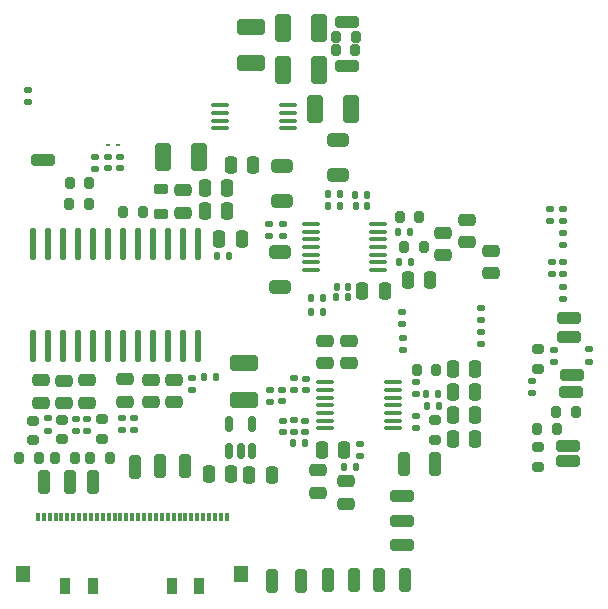
<source format=gbr>
%TF.GenerationSoftware,KiCad,Pcbnew,9.0.0*%
%TF.CreationDate,2025-11-19T20:28:36-08:00*%
%TF.ProjectId,MegaAV_CE,4d656761-4156-45f4-9345-2e6b69636164,rev?*%
%TF.SameCoordinates,Original*%
%TF.FileFunction,Paste,Top*%
%TF.FilePolarity,Positive*%
%FSLAX46Y46*%
G04 Gerber Fmt 4.6, Leading zero omitted, Abs format (unit mm)*
G04 Created by KiCad (PCBNEW 9.0.0) date 2025-11-19 20:28:36*
%MOMM*%
%LPD*%
G01*
G04 APERTURE LIST*
G04 Aperture macros list*
%AMRoundRect*
0 Rectangle with rounded corners*
0 $1 Rounding radius*
0 $2 $3 $4 $5 $6 $7 $8 $9 X,Y pos of 4 corners*
0 Add a 4 corners polygon primitive as box body*
4,1,4,$2,$3,$4,$5,$6,$7,$8,$9,$2,$3,0*
0 Add four circle primitives for the rounded corners*
1,1,$1+$1,$2,$3*
1,1,$1+$1,$4,$5*
1,1,$1+$1,$6,$7*
1,1,$1+$1,$8,$9*
0 Add four rect primitives between the rounded corners*
20,1,$1+$1,$2,$3,$4,$5,0*
20,1,$1+$1,$4,$5,$6,$7,0*
20,1,$1+$1,$6,$7,$8,$9,0*
20,1,$1+$1,$8,$9,$2,$3,0*%
G04 Aperture macros list end*
%ADD10RoundRect,0.200000X0.275000X-0.200000X0.275000X0.200000X-0.275000X0.200000X-0.275000X-0.200000X0*%
%ADD11RoundRect,0.250000X-0.750000X0.250000X-0.750000X-0.250000X0.750000X-0.250000X0.750000X0.250000X0*%
%ADD12RoundRect,0.250000X0.250000X0.750000X-0.250000X0.750000X-0.250000X-0.750000X0.250000X-0.750000X0*%
%ADD13RoundRect,0.135000X0.185000X-0.135000X0.185000X0.135000X-0.185000X0.135000X-0.185000X-0.135000X0*%
%ADD14RoundRect,0.250000X-0.250000X-0.475000X0.250000X-0.475000X0.250000X0.475000X-0.250000X0.475000X0*%
%ADD15RoundRect,0.135000X0.135000X0.185000X-0.135000X0.185000X-0.135000X-0.185000X0.135000X-0.185000X0*%
%ADD16RoundRect,0.250000X0.925000X-0.412500X0.925000X0.412500X-0.925000X0.412500X-0.925000X-0.412500X0*%
%ADD17RoundRect,0.135000X-0.135000X-0.185000X0.135000X-0.185000X0.135000X0.185000X-0.135000X0.185000X0*%
%ADD18RoundRect,0.100000X0.637500X0.100000X-0.637500X0.100000X-0.637500X-0.100000X0.637500X-0.100000X0*%
%ADD19RoundRect,0.250000X-0.250000X-0.750000X0.250000X-0.750000X0.250000X0.750000X-0.250000X0.750000X0*%
%ADD20RoundRect,0.140000X-0.170000X0.140000X-0.170000X-0.140000X0.170000X-0.140000X0.170000X0.140000X0*%
%ADD21RoundRect,0.250000X0.475000X-0.250000X0.475000X0.250000X-0.475000X0.250000X-0.475000X-0.250000X0*%
%ADD22RoundRect,0.200000X0.200000X0.275000X-0.200000X0.275000X-0.200000X-0.275000X0.200000X-0.275000X0*%
%ADD23RoundRect,0.250000X0.750000X-0.250000X0.750000X0.250000X-0.750000X0.250000X-0.750000X-0.250000X0*%
%ADD24RoundRect,0.135000X-0.185000X0.135000X-0.185000X-0.135000X0.185000X-0.135000X0.185000X0.135000X0*%
%ADD25RoundRect,0.140000X-0.140000X-0.170000X0.140000X-0.170000X0.140000X0.170000X-0.140000X0.170000X0*%
%ADD26RoundRect,0.250000X-0.475000X0.250000X-0.475000X-0.250000X0.475000X-0.250000X0.475000X0.250000X0*%
%ADD27RoundRect,0.250000X0.412500X0.925000X-0.412500X0.925000X-0.412500X-0.925000X0.412500X-0.925000X0*%
%ADD28RoundRect,0.200000X-0.200000X-0.275000X0.200000X-0.275000X0.200000X0.275000X-0.200000X0.275000X0*%
%ADD29RoundRect,0.250000X-0.412500X-0.925000X0.412500X-0.925000X0.412500X0.925000X-0.412500X0.925000X0*%
%ADD30RoundRect,0.100000X-0.637500X-0.100000X0.637500X-0.100000X0.637500X0.100000X-0.637500X0.100000X0*%
%ADD31RoundRect,0.137500X0.137500X-1.187500X0.137500X1.187500X-0.137500X1.187500X-0.137500X-1.187500X0*%
%ADD32RoundRect,0.250000X0.650000X-0.325000X0.650000X0.325000X-0.650000X0.325000X-0.650000X-0.325000X0*%
%ADD33RoundRect,0.250000X0.250000X0.475000X-0.250000X0.475000X-0.250000X-0.475000X0.250000X-0.475000X0*%
%ADD34RoundRect,0.218750X0.381250X-0.218750X0.381250X0.218750X-0.381250X0.218750X-0.381250X-0.218750X0*%
%ADD35RoundRect,0.140000X0.170000X-0.140000X0.170000X0.140000X-0.170000X0.140000X-0.170000X-0.140000X0*%
%ADD36RoundRect,0.200000X-0.275000X0.200000X-0.275000X-0.200000X0.275000X-0.200000X0.275000X0.200000X0*%
%ADD37R,0.300000X0.800000*%
%ADD38R,1.220000X1.400000*%
%ADD39R,0.850000X1.400000*%
%ADD40RoundRect,0.062500X-0.117500X-0.062500X0.117500X-0.062500X0.117500X0.062500X-0.117500X0.062500X0*%
%ADD41RoundRect,0.150000X0.150000X-0.512500X0.150000X0.512500X-0.150000X0.512500X-0.150000X-0.512500X0*%
G04 APERTURE END LIST*
D10*
%TO.C,R15*%
X214084197Y-133110858D03*
X214084197Y-131460858D03*
%TD*%
%TO.C,R17*%
X214017015Y-124794773D03*
X214017015Y-123144773D03*
%TD*%
D11*
%TO.C,REGION*%
X172111038Y-107153929D03*
%TD*%
D12*
%TO.C,B_IN1*%
X176381601Y-134377860D03*
%TD*%
D13*
%TO.C,R21*%
X209209703Y-122678429D03*
X209209703Y-121658429D03*
%TD*%
D14*
%TO.C,C31*%
X188050947Y-107558261D03*
X189950947Y-107558261D03*
%TD*%
D15*
%TO.C,R40*%
X203310000Y-115800000D03*
X202290000Y-115800000D03*
%TD*%
D16*
%TO.C,C56*%
X189138108Y-127422515D03*
X189138108Y-124347515D03*
%TD*%
D12*
%TO.C,S_IN1*%
X184200229Y-133008778D03*
%TD*%
D13*
%TO.C,R66*%
X175901623Y-130078050D03*
X175901623Y-129058050D03*
%TD*%
D17*
%TO.C,R46*%
X198585000Y-110075000D03*
X199605000Y-110075000D03*
%TD*%
D18*
%TO.C,U7*%
X200537500Y-116450000D03*
X200537500Y-115800000D03*
X200537500Y-115150000D03*
X200537500Y-114500000D03*
X200537500Y-113850000D03*
X200537500Y-113200000D03*
X200537500Y-112550000D03*
X194812500Y-112550000D03*
X194812500Y-113200000D03*
X194812500Y-113850000D03*
X194812500Y-114500000D03*
X194812500Y-115150000D03*
X194812500Y-115800000D03*
X194812500Y-116450000D03*
%TD*%
D19*
%TO.C,G_IN1*%
X174451322Y-134396922D03*
%TD*%
D20*
%TO.C,C11*%
X192450000Y-129195000D03*
X192450000Y-130155000D03*
%TD*%
D19*
%TO.C,CD_L1*%
X200620000Y-142700000D03*
%TD*%
D13*
%TO.C,R57*%
X172567973Y-130039917D03*
X172567973Y-129019917D03*
%TD*%
D21*
%TO.C,C26*%
X206025684Y-115211229D03*
X206025684Y-113311229D03*
%TD*%
D22*
%TO.C,R26*%
X205448677Y-124897246D03*
X203798677Y-124897246D03*
%TD*%
D23*
%TO.C,SR3*%
X216650000Y-122125000D03*
%TD*%
D24*
%TO.C,R32*%
X203750000Y-128830000D03*
X203750000Y-129850000D03*
%TD*%
D25*
%TO.C,C36*%
X198645000Y-111025000D03*
X199605000Y-111025000D03*
%TD*%
D23*
%TO.C,CHROMA1*%
X197878207Y-99173916D03*
%TD*%
D13*
%TO.C,R7*%
X193400000Y-126625000D03*
X193400000Y-125605000D03*
%TD*%
D26*
%TO.C,C32*%
X179084485Y-125711494D03*
X179084485Y-127611494D03*
%TD*%
D14*
%TO.C,C54*%
X186170339Y-133754337D03*
X188070339Y-133754337D03*
%TD*%
D15*
%TO.C,R27*%
X205610000Y-126925000D03*
X204590000Y-126925000D03*
%TD*%
D23*
%TO.C,FM_R1*%
X202540000Y-137660000D03*
%TD*%
D27*
%TO.C,C46*%
X185372752Y-106885737D03*
X182297752Y-106885737D03*
%TD*%
D28*
%TO.C,R56*%
X176138382Y-132371704D03*
X177788382Y-132371704D03*
%TD*%
D21*
%TO.C,C4*%
X195460000Y-135290000D03*
X195460000Y-133390000D03*
%TD*%
D23*
%TO.C,HPL_SL2*%
X216895710Y-125307108D03*
%TD*%
D19*
%TO.C,HP_L1*%
X202675000Y-132875000D03*
%TD*%
D28*
%TO.C,R37*%
X170124253Y-132403464D03*
X171774253Y-132403464D03*
%TD*%
D15*
%TO.C,R36*%
X186821970Y-125539302D03*
X185801970Y-125539302D03*
%TD*%
D19*
%TO.C,HP_R1*%
X205325000Y-132865000D03*
%TD*%
D13*
%TO.C,R67*%
X184768353Y-126616345D03*
X184768353Y-125596345D03*
%TD*%
D14*
%TO.C,C37*%
X199173990Y-118229313D03*
X201073990Y-118229313D03*
%TD*%
D13*
%TO.C,R30*%
X213500000Y-126885000D03*
X213500000Y-125865000D03*
%TD*%
D29*
%TO.C,C47*%
X192426027Y-95954101D03*
X195501027Y-95954101D03*
%TD*%
D22*
%TO.C,R74*%
X176018534Y-110842019D03*
X174368534Y-110842019D03*
%TD*%
D15*
%TO.C,R41*%
X203235000Y-113200000D03*
X202215000Y-113200000D03*
%TD*%
D26*
%TO.C,C51*%
X183994859Y-109697002D03*
X183994859Y-111597002D03*
%TD*%
D15*
%TO.C,R48*%
X195885000Y-118800000D03*
X194865000Y-118800000D03*
%TD*%
D21*
%TO.C,C15*%
X198025000Y-124325000D03*
X198025000Y-122425000D03*
%TD*%
D13*
%TO.C,R68*%
X179861113Y-129976516D03*
X179861113Y-128956516D03*
%TD*%
D24*
%TO.C,R23*%
X202600000Y-122230000D03*
X202600000Y-123250000D03*
%TD*%
D19*
%TO.C,32X_L1*%
X196280000Y-142730000D03*
%TD*%
D30*
%TO.C,U3*%
X196057500Y-125950000D03*
X196057500Y-126600000D03*
X196057500Y-127250000D03*
X196057500Y-127900000D03*
X196057500Y-128550000D03*
X196057500Y-129200000D03*
X196057500Y-129850000D03*
X201782500Y-129850000D03*
X201782500Y-129200000D03*
X201782500Y-128550000D03*
X201782500Y-127900000D03*
X201782500Y-127250000D03*
X201782500Y-126600000D03*
X201782500Y-125950000D03*
%TD*%
D15*
%TO.C,R44*%
X198635349Y-133102444D03*
X197615349Y-133102444D03*
%TD*%
D13*
%TO.C,R58*%
X174969760Y-130078050D03*
X174969760Y-129058050D03*
%TD*%
%TO.C,R31*%
X203700000Y-126970000D03*
X203700000Y-125950000D03*
%TD*%
D24*
%TO.C,R22*%
X209234703Y-119633429D03*
X209234703Y-120653429D03*
%TD*%
D23*
%TO.C,SL3*%
X216650000Y-120475000D03*
%TD*%
D11*
%TO.C,HPL_SL1*%
X216855293Y-126749678D03*
%TD*%
D13*
%TO.C,R79*%
X216141571Y-112296884D03*
X216141571Y-111276884D03*
%TD*%
%TO.C,R25*%
X198940000Y-132180000D03*
X198940000Y-131160000D03*
%TD*%
D19*
%TO.C,R_IN1*%
X172225448Y-134427317D03*
%TD*%
D22*
%TO.C,R35*%
X180588376Y-111500185D03*
X178938376Y-111500185D03*
%TD*%
D24*
%TO.C,R61*%
X215403331Y-123213151D03*
X215403331Y-124233151D03*
%TD*%
D13*
%TO.C,R78*%
X215095499Y-112280062D03*
X215095499Y-111260062D03*
%TD*%
D20*
%TO.C,C49*%
X177622946Y-106882708D03*
X177622946Y-107842708D03*
%TD*%
D31*
%TO.C,IC1*%
X171330163Y-122873265D03*
X172600163Y-122873265D03*
X173870163Y-122873265D03*
X175140163Y-122873265D03*
X176410163Y-122873265D03*
X177680163Y-122873265D03*
X178950163Y-122873265D03*
X180220163Y-122873265D03*
X181490163Y-122873265D03*
X182760163Y-122873265D03*
X184030163Y-122873265D03*
X185300163Y-122873265D03*
X185300163Y-114223265D03*
X184030163Y-114223265D03*
X182760163Y-114223265D03*
X181490163Y-114223265D03*
X180220163Y-114223265D03*
X178950163Y-114223265D03*
X177680163Y-114223265D03*
X176410163Y-114223265D03*
X175140163Y-114223265D03*
X173870163Y-114223265D03*
X172600163Y-114223265D03*
X171330163Y-114223265D03*
%TD*%
D23*
%TO.C,HPR_SL2*%
X216620000Y-131380000D03*
%TD*%
D32*
%TO.C,C44*%
X197150000Y-108375000D03*
X197150000Y-105425000D03*
%TD*%
D13*
%TO.C,R70*%
X178796739Y-130005010D03*
X178796739Y-128985010D03*
%TD*%
D21*
%TO.C,C28*%
X171951528Y-127698422D03*
X171951528Y-125798422D03*
%TD*%
%TO.C,C34*%
X175866931Y-127697924D03*
X175866931Y-125797924D03*
%TD*%
D22*
%TO.C,R39*%
X204374375Y-114509948D03*
X202724375Y-114509948D03*
%TD*%
D19*
%TO.C,GND1*%
X193970000Y-142820000D03*
%TD*%
%TO.C,5V1*%
X191510000Y-142820000D03*
%TD*%
D29*
%TO.C,C48*%
X192426209Y-99490978D03*
X195501209Y-99490978D03*
%TD*%
D15*
%TO.C,R55*%
X197260000Y-110050000D03*
X196240000Y-110050000D03*
%TD*%
%TO.C,R28*%
X205656609Y-127996528D03*
X204636609Y-127996528D03*
%TD*%
D10*
%TO.C,R73*%
X177094344Y-130752519D03*
X177094344Y-129102519D03*
%TD*%
D23*
%TO.C,LUMA1*%
X197847500Y-95420000D03*
%TD*%
D21*
%TO.C,C14*%
X196050000Y-124325000D03*
X196050000Y-122425000D03*
%TD*%
D33*
%TO.C,C52*%
X187755052Y-111478272D03*
X185855052Y-111478272D03*
%TD*%
D13*
%TO.C,R77*%
X215207433Y-116802066D03*
X215207433Y-115782066D03*
%TD*%
D18*
%TO.C,U6*%
X192887500Y-104450000D03*
X192887500Y-103800000D03*
X192887500Y-103150000D03*
X192887500Y-102500000D03*
X187162500Y-102500000D03*
X187162500Y-103150000D03*
X187162500Y-103800000D03*
X187162500Y-104450000D03*
%TD*%
D34*
%TO.C,L1*%
X182091509Y-111730420D03*
X182091509Y-109605420D03*
%TD*%
D13*
%TO.C,R65*%
X216153744Y-116809290D03*
X216153744Y-115789290D03*
%TD*%
D17*
%TO.C,R49*%
X196240000Y-111050000D03*
X197260000Y-111050000D03*
%TD*%
D35*
%TO.C,C50*%
X178697965Y-107807268D03*
X178697965Y-106847268D03*
%TD*%
D20*
%TO.C,C12*%
X194425000Y-125640000D03*
X194425000Y-126600000D03*
%TD*%
D21*
%TO.C,C27*%
X208012328Y-114078003D03*
X208012328Y-112178003D03*
%TD*%
D14*
%TO.C,C39*%
X187045627Y-113788512D03*
X188945627Y-113788512D03*
%TD*%
D28*
%TO.C,R45*%
X174389595Y-109043388D03*
X176039595Y-109043388D03*
%TD*%
D36*
%TO.C,R29*%
X205360966Y-129153158D03*
X205360966Y-130803158D03*
%TD*%
D32*
%TO.C,C43*%
X192400000Y-110625000D03*
X192400000Y-107675000D03*
%TD*%
D21*
%TO.C,C24*%
X210034721Y-116736388D03*
X210034721Y-114836388D03*
%TD*%
D22*
%TO.C,R75*%
X198598268Y-96682714D03*
X196948268Y-96682714D03*
%TD*%
D19*
%TO.C,CD_R1*%
X202790000Y-142700000D03*
%TD*%
D33*
%TO.C,C55*%
X191494516Y-133776307D03*
X189594516Y-133776307D03*
%TD*%
D35*
%TO.C,C13*%
X194300000Y-130175000D03*
X194300000Y-129215000D03*
%TD*%
D29*
%TO.C,C45*%
X195127964Y-102800000D03*
X198202964Y-102800000D03*
%TD*%
D24*
%TO.C,R8*%
X193375000Y-129180000D03*
X193375000Y-130200000D03*
%TD*%
%TO.C,R4*%
X191350000Y-126590000D03*
X191350000Y-127610000D03*
%TD*%
D33*
%TO.C,C19*%
X208750000Y-124800000D03*
X206850000Y-124800000D03*
%TD*%
D28*
%TO.C,R33*%
X213966347Y-129933509D03*
X215616347Y-129933509D03*
%TD*%
D33*
%TO.C,C53*%
X187742485Y-109517739D03*
X185842485Y-109517739D03*
%TD*%
D21*
%TO.C,C29*%
X173905907Y-127705799D03*
X173905907Y-125805799D03*
%TD*%
D33*
%TO.C,C21*%
X208750000Y-128750000D03*
X206850000Y-128750000D03*
%TD*%
D23*
%TO.C,HPR_SL1*%
X216620000Y-132660000D03*
%TD*%
D33*
%TO.C,C22*%
X208750000Y-130725000D03*
X206850000Y-130725000D03*
%TD*%
D32*
%TO.C,C42*%
X192175000Y-117900000D03*
X192175000Y-114950000D03*
%TD*%
D20*
%TO.C,C1*%
X170871360Y-101222574D03*
X170871360Y-102182574D03*
%TD*%
D17*
%TO.C,R47*%
X196940000Y-118775000D03*
X197960000Y-118775000D03*
%TD*%
D33*
%TO.C,C20*%
X208750000Y-126775000D03*
X206850000Y-126775000D03*
%TD*%
D25*
%TO.C,C35*%
X196995000Y-117850000D03*
X197955000Y-117850000D03*
%TD*%
D37*
%TO.C,Z1*%
X171700000Y-137360000D03*
X172200000Y-137360000D03*
X172700000Y-137360000D03*
X173200000Y-137360000D03*
X173700000Y-137360000D03*
X174200000Y-137360000D03*
X174700000Y-137360000D03*
X175200000Y-137360000D03*
X175700000Y-137360000D03*
X176200000Y-137360000D03*
X176700000Y-137360000D03*
X177200000Y-137360000D03*
X177700000Y-137360000D03*
X178200000Y-137360000D03*
X178700000Y-137360000D03*
X179200000Y-137360000D03*
X179700000Y-137360000D03*
X180200000Y-137360000D03*
X180700000Y-137360000D03*
X181200000Y-137360000D03*
X181700000Y-137360000D03*
X182200000Y-137360000D03*
X182700000Y-137360000D03*
X183200000Y-137360000D03*
X183700000Y-137360000D03*
X184200000Y-137360000D03*
X184700000Y-137360000D03*
X185200000Y-137360000D03*
X185700000Y-137360000D03*
X186200000Y-137360000D03*
X186700000Y-137360000D03*
X187200000Y-137360000D03*
X187700000Y-137360000D03*
D38*
X170460000Y-142210000D03*
D39*
X174025000Y-143220000D03*
X176375000Y-143220000D03*
X183025000Y-143220000D03*
X185375000Y-143220000D03*
D38*
X188940000Y-142210000D03*
%TD*%
D21*
%TO.C,C3*%
X197830000Y-136230000D03*
X197830000Y-134330000D03*
%TD*%
D23*
%TO.C,FM_L1*%
X202510000Y-139750000D03*
%TD*%
D17*
%TO.C,R5*%
X193315000Y-131100000D03*
X194335000Y-131100000D03*
%TD*%
D24*
%TO.C,R59*%
X176559740Y-106876335D03*
X176559740Y-107896335D03*
%TD*%
D40*
%TO.C,D2*%
X178493341Y-105888325D03*
X177653341Y-105888325D03*
%TD*%
D24*
%TO.C,R60*%
X218406679Y-123174217D03*
X218406679Y-124194217D03*
%TD*%
D26*
%TO.C,C33*%
X181276739Y-125744518D03*
X181276739Y-127644518D03*
%TD*%
D19*
%TO.C,SBCR1*%
X179916590Y-133100038D03*
%TD*%
D28*
%TO.C,R34*%
X215588330Y-128430495D03*
X217238330Y-128430495D03*
%TD*%
D13*
%TO.C,R54*%
X191250000Y-113560000D03*
X191250000Y-112540000D03*
%TD*%
%TO.C,R62*%
X216145000Y-114305000D03*
X216145000Y-113285000D03*
%TD*%
D14*
%TO.C,C30*%
X195742242Y-131651364D03*
X197642242Y-131651364D03*
%TD*%
D22*
%TO.C,R76*%
X198572452Y-97834544D03*
X196922452Y-97834544D03*
%TD*%
D14*
%TO.C,C25*%
X203017145Y-117308123D03*
X204917145Y-117308123D03*
%TD*%
D10*
%TO.C,R69*%
X171252048Y-130864661D03*
X171252048Y-129214661D03*
%TD*%
D13*
%TO.C,R52*%
X192500000Y-113550000D03*
X192500000Y-112530000D03*
%TD*%
D10*
%TO.C,R71*%
X173774230Y-130761461D03*
X173774230Y-129111461D03*
%TD*%
D22*
%TO.C,R38*%
X174826950Y-132372146D03*
X173176950Y-132372146D03*
%TD*%
D19*
%TO.C,32X_R1*%
X198440000Y-142720000D03*
%TD*%
%TO.C,GND2*%
X182072878Y-133024189D03*
%TD*%
D24*
%TO.C,R24*%
X202575000Y-119980000D03*
X202575000Y-121000000D03*
%TD*%
D20*
%TO.C,C9*%
X192400000Y-126620000D03*
X192400000Y-127580000D03*
%TD*%
D21*
%TO.C,C38*%
X183254325Y-127647015D03*
X183254325Y-125747015D03*
%TD*%
D15*
%TO.C,R53*%
X195885000Y-119975000D03*
X194865000Y-119975000D03*
%TD*%
D41*
%TO.C,U2*%
X187924798Y-131750132D03*
X188874798Y-131750132D03*
X189824798Y-131750132D03*
X189824798Y-129475132D03*
X187924798Y-129475132D03*
%TD*%
D13*
%TO.C,R64*%
X216150000Y-118895000D03*
X216150000Y-117875000D03*
%TD*%
D15*
%TO.C,R72*%
X187851953Y-115284875D03*
X186831953Y-115284875D03*
%TD*%
D22*
%TO.C,R42*%
X203998415Y-111952655D03*
X202348415Y-111952655D03*
%TD*%
D16*
%TO.C,C41*%
X189775000Y-98962500D03*
X189775000Y-95887500D03*
%TD*%
D23*
%TO.C,P1*%
X202530000Y-135610000D03*
%TD*%
M02*

</source>
